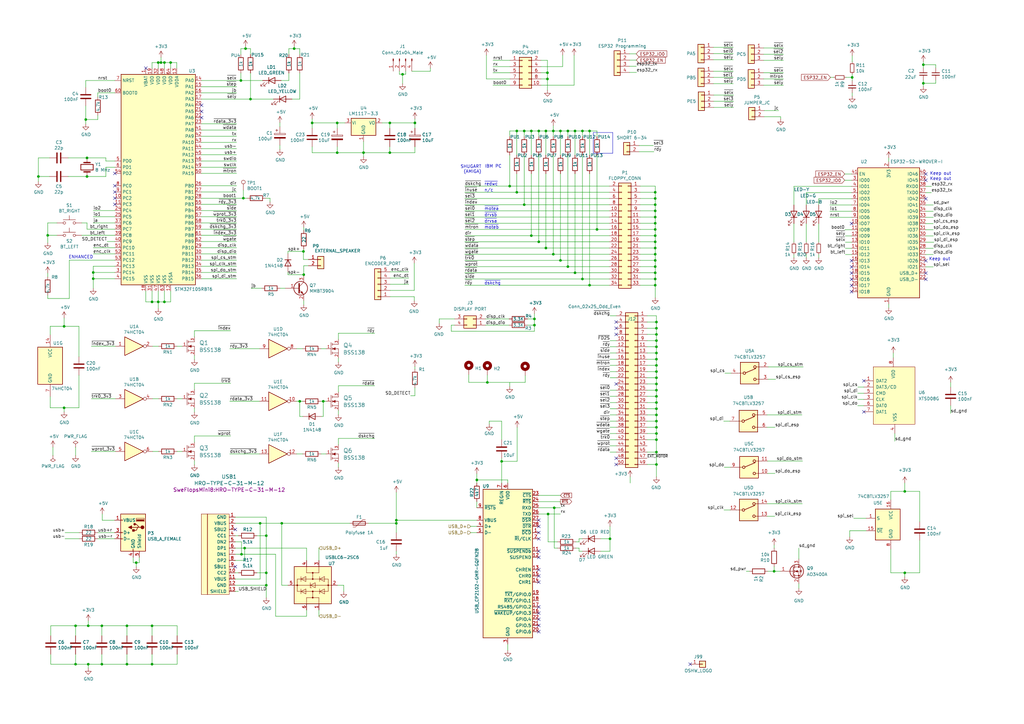
<source format=kicad_sch>
(kicad_sch
	(version 20250114)
	(generator "eeschema")
	(generator_version "9.0")
	(uuid "6c7ae024-2559-4f5f-b740-5250220cff1a")
	(paper "A3")
	(title_block
		(title "SweFlopsMini")
		(date "2024-01-28")
		(rev "1.04")
		(company "Sweproj")
		(comment 1 "Based on schematics by H.M")
		(comment 2 "Licensed under CERN OHL v.1.2")
	)
	
	(text "Keep out"
		(exclude_from_sim no)
		(at 381 107.061 0)
		(effects
			(font
				(size 1.27 1.27)
			)
			(justify left bottom)
		)
		(uuid "0a35a40a-2ce4-4fc6-ab4a-8c52bab7744d")
	)
	(text "~{drvsb}"
		(exclude_from_sim no)
		(at 198.628 89.027 0)
		(effects
			(font
				(size 1.27 1.27)
			)
			(justify left bottom)
		)
		(uuid "1bf1faf9-34e9-4f41-907e-4b7e09f482e4")
	)
	(text "n/c"
		(exclude_from_sim no)
		(at 198.628 78.867 0)
		(effects
			(font
				(size 1.27 1.27)
			)
			(justify left bottom)
		)
		(uuid "48f523fb-1a98-4d98-b25a-30e9106ff153")
	)
	(text "~{drvsa}"
		(exclude_from_sim no)
		(at 198.628 91.567 0)
		(effects
			(font
				(size 1.27 1.27)
			)
			(justify left bottom)
		)
		(uuid "4bcd7fc5-b03b-49bd-979a-f895ffc70355")
	)
	(text "~{moteb}"
		(exclude_from_sim no)
		(at 198.628 94.107 0)
		(effects
			(font
				(size 1.27 1.27)
			)
			(justify left bottom)
		)
		(uuid "579b32b7-b358-4ffc-901f-50281eb2eff8")
	)
	(text "~{motea}"
		(exclude_from_sim no)
		(at 198.628 86.487 0)
		(effects
			(font
				(size 1.27 1.27)
			)
			(justify left bottom)
		)
		(uuid "74e40ccd-0fba-4253-a76d-7a77141cbbd8")
	)
	(text "~{redwc}"
		(exclude_from_sim no)
		(at 198.628 76.327 0)
		(effects
			(font
				(size 1.27 1.27)
			)
			(justify left bottom)
		)
		(uuid "94e3e44c-f88a-4e9e-93bf-2fadb7d32c9f")
	)
	(text "Keep out"
		(exclude_from_sim no)
		(at 381.381 72.009 0)
		(effects
			(font
				(size 1.27 1.27)
			)
			(justify left bottom)
		)
		(uuid "a0993398-d95f-413d-9501-0d73d0005414")
	)
	(text "IBM PC"
		(exclude_from_sim no)
		(at 198.755 69.088 0)
		(effects
			(font
				(size 1.27 1.27)
			)
			(justify left bottom)
		)
		(uuid "b7d81031-bb80-47ff-a607-db0ba3d3cfa5")
	)
	(text "Keep out"
		(exclude_from_sim no)
		(at 381.381 74.168 0)
		(effects
			(font
				(size 1.27 1.27)
			)
			(justify left bottom)
		)
		(uuid "c7519236-afd3-4a2f-b09c-295c357933f6")
	)
	(text "SHUGART\n(AMIGA)"
		(exclude_from_sim no)
		(at 197.485 71.247 0)
		(effects
			(font
				(size 1.27 1.27)
			)
			(justify right bottom)
		)
		(uuid "d8f3e79a-96a6-4afd-81f6-a00ea57b958c")
	)
	(text "~{dskchg}"
		(exclude_from_sim no)
		(at 198.628 116.967 0)
		(effects
			(font
				(size 1.27 1.27)
			)
			(justify left bottom)
		)
		(uuid "d9164d72-3a4e-4874-b5e8-447d0ba92d42")
	)
	(text "ENHANCED\n"
		(exclude_from_sim no)
		(at 38.227 106.299 0)
		(effects
			(font
				(size 1.27 1.27)
			)
			(justify right bottom)
		)
		(uuid "f7513da5-b49a-4d14-a4c5-1dcc2636a36d")
	)
	(junction
		(at 226.949 104.267)
		(diameter 0)
		(color 0 0 0 0)
		(uuid "040066ea-c5fb-4e83-b7ca-14b455995f53")
	)
	(junction
		(at 38.227 111.76)
		(diameter 0)
		(color 0 0 0 0)
		(uu
... [447105 chars truncated]
</source>
